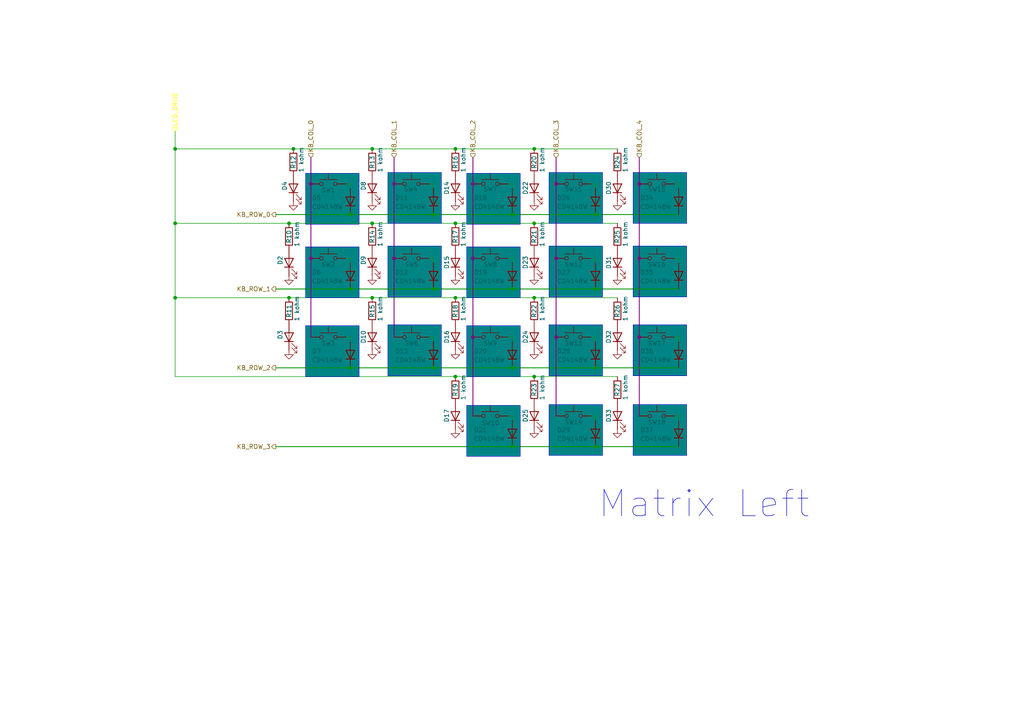
<source format=kicad_sch>
(kicad_sch (version 20250114) (generator "eeschema") (generator_version "9.0")
  (paper "A4")
  (title_block (title "Simple Keyboard") (date "2025-02-09") (rev "0") (company "Daniel Pérez (steewBSD)"))
  (lib_symbols
    (symbol "#inventree:RC0603FR-071KL" (pin_numbers (hide yes)) (pin_names (offset 0))
      (property "Reference" "R" (at 2.032 0 90))
      (property "Value" "1 kohm" (at 0 0 90))
      (symbol "RC0603FR-071KL_0_1"
        (rectangle (start -1.016 -2.54) (end 1.016 2.54) (stroke (width 0.254)))
      )
      (symbol "RC0603FR-071KL_1_1"
        (pin passive line (at 0 3.81 270) (length 1.27) (name "~") (number "1"))
        (pin passive line (at 0 -3.81 90) (length 1.27) (name "~") (number "2"))
      )
    )
    (symbol "Device:LED" (pin_numbers (hide yes)) (pin_names (offset 1.016) (hide yes))
      (property "Reference" "D" (at 0 2.54 0))
      (property "Value" "LED" (at 0 -2.54 0))
      (symbol "LED_0_1"
        (polyline (pts (xy -3.048 -0.762) (xy -4.572 -2.286) (xy -3.81 -2.286) (xy -4.572 -2.286) (xy -4.572 -1.524)))
        (polyline (pts (xy -1.778 -0.762) (xy -3.302 -2.286) (xy -2.54 -2.286) (xy -3.302 -2.286) (xy -3.302 -1.524)))
        (polyline (pts (xy -1.27 0) (xy 1.27 0)))
        (polyline (pts (xy -1.27 -1.27) (xy -1.27 1.27)) (stroke (width 0.254)))
        (polyline (pts (xy 1.27 -1.27) (xy 1.27 1.27) (xy -1.27 0) (xy 1.27 -1.27)) (stroke (width 0.254)))
      )
      (symbol "LED_1_1"
        (pin passive line (at -3.81 0 0) (length 2.54) (name "K") (number "1"))
        (pin passive line (at 3.81 0 180) (length 2.54) (name "A") (number "2"))
      )
    )
    (symbol "Diode:CD4148W" (pin_numbers (hide yes)) (pin_names (hide yes))
      (property "Reference" "D" (at 0 2.54 0))
      (property "Value" "CD4148W" (at 0 -2.54 0))
      (symbol "CD4148W_0_1"
        (polyline (pts (xy -1.27 1.27) (xy -1.27 -1.27)) (stroke (width 0.254)))
        (polyline (pts (xy 1.27 1.27) (xy 1.27 -1.27) (xy -1.27 0) (xy 1.27 1.27)) (stroke (width 0.254)))
        (polyline (pts (xy 1.27 0) (xy -1.27 0)))
      )
      (symbol "CD4148W_1_1"
        (pin passive line (at -3.81 0 0) (length 2.54) (name "K") (number "1"))
        (pin passive line (at 3.81 0 180) (length 2.54) (name "A") (number "2"))
      )
    )
    (symbol "Switch:SW_Push" (pin_numbers (hide yes)) (pin_names (offset 1.016) (hide yes))
      (property "Reference" "SW" (at 1.27 2.54 0))
      (property "Value" "SW_Push" (at 0 -1.524 0))
      (symbol "SW_Push_0_1"
        (circle (center -2.032 0) (radius 0.508))
        (polyline (pts (xy 0 1.27) (xy 0 3.048)))
        (circle (center 2.032 0) (radius 0.508))
        (polyline (pts (xy 2.54 1.27) (xy -2.54 1.27)))
        (pin passive line (at -5.08 0 0) (length 2.54) (name "1") (number "1"))
        (pin passive line (at 5.08 0 180) (length 2.54) (name "2") (number "2"))
      )
    )
    (symbol "power:GND" (power) (pin_numbers (hide yes)) (pin_names (offset 0) (hide yes))
      (property "Value" "GND" (at 0 -3.81 0))
      (symbol "GND_0_1"
        (polyline (pts (xy 0 0) (xy 0 -1.27) (xy 1.27 -1.27) (xy 0 -2.54) (xy -1.27 -1.27) (xy 0 -1.27)))
      )
      (symbol "GND_1_1"
        (pin power_in line (at 0 0 270) (length 0) (name "~") (number "1"))
      )
    )
  )
  (rectangle (start 135.382 50.292) (end 150.876 65.024) (fill (type color) (color 0 132 132 1)))
  (rectangle (start 88.646 94.488) (end 104.14 109.22) (fill (type color) (color 0 132 132 1)))
  (rectangle (start 183.642 117.348) (end 199.136 132.08) (fill (type color) (color 0 132 132 1)))
  (rectangle (start 112.522 94.234) (end 128.016 108.966) (fill (type color) (color 0 132 132 1)))
  (rectangle (start 88.646 50.292) (end 104.14 65.024) (fill (type color) (color 0 132 132 1)))
  (rectangle (start 159.258 94.234) (end 174.752 108.966) (fill (type color) (color 0 132 132 1)))
  (rectangle (start 159.258 117.348) (end 174.752 132.08) (fill (type color) (color 0 132 132 1)))
  (rectangle (start 135.382 71.628) (end 150.876 86.36) (fill (type color) (color 0 132 132 1)))
  (rectangle (start 135.382 117.602) (end 150.876 132.334) (fill (type color) (color 0 132 132 1)))
  (rectangle (start 183.642 50.038) (end 199.136 64.77) (fill (type color) (color 0 132 132 1)))
  (rectangle (start 183.642 94.234) (end 199.136 108.966) (fill (type color) (color 0 132 132 1)))
  (rectangle (start 135.382 94.488) (end 150.876 109.22) (fill (type color) (color 0 132 132 1)))
  (rectangle (start 183.642 71.374) (end 199.136 86.106) (fill (type color) (color 0 132 132 1)))
  (rectangle (start 88.646 71.628) (end 104.14 86.36) (fill (type color) (color 0 132 132 1)))
  (rectangle (start 112.522 50.038) (end 128.016 64.77) (fill (type color) (color 0 132 132 1)))
  (rectangle (start 112.522 71.374) (end 128.016 86.106) (fill (type color) (color 0 132 132 1)))
  (rectangle (start 159.258 50.038) (end 174.752 64.77) (fill (type color) (color 0 132 132 1)))
  (rectangle (start 159.258 71.374) (end 174.752 86.106) (fill (type color) (color 0 132 132 1)))
  (text "Matrix Left" (at 204.216 146.304 0) (effects (font (size 7.62 7.62))))
  (junction (at 148.59 62.23))
  (junction (at 90.17 53.34) (color 132 0 132 1))
  (junction (at 161.29 97.79) (color 132 0 132 1))
  (junction (at 185.42 97.79) (color 132 0 132 1))
  (junction (at 154.94 64.77))
  (junction (at 114.3 53.34) (color 132 0 132 1))
  (junction (at 154.94 109.22))
  (junction (at 148.59 106.68))
  (junction (at 90.17 74.93) (color 132 0 132 1))
  (junction (at 50.8 86.36))
  (junction (at 185.42 53.34) (color 132 0 132 1))
  (junction (at 161.29 74.93) (color 132 0 132 1))
  (junction (at 83.82 86.36))
  (junction (at 125.73 106.68))
  (junction (at 185.42 74.93) (color 132 0 132 1))
  (junction (at 85.09 43.18))
  (junction (at 125.73 62.23))
  (junction (at 83.82 64.77))
  (junction (at 154.94 86.36))
  (junction (at 50.8 43.18))
  (junction (at 107.95 43.18))
  (junction (at 101.6 62.23))
  (junction (at 107.95 64.77))
  (junction (at 161.29 53.34) (color 132 0 132 1))
  (junction (at 132.08 43.18))
  (junction (at 50.8 64.77))
  (junction (at 172.72 62.23))
  (junction (at 137.16 53.34) (color 132 0 132 1))
  (junction (at 125.73 83.82))
  (junction (at 101.6 83.82))
  (junction (at 154.94 43.18))
  (junction (at 132.08 64.77))
  (junction (at 101.6 106.68))
  (junction (at 132.08 109.22))
  (junction (at 148.59 129.54))
  (junction (at 132.08 86.36))
  (junction (at 172.72 129.54))
  (junction (at 172.72 106.68))
  (junction (at 107.95 86.36))
  (junction (at 114.3 74.93) (color 132 0 132 1))
  (junction (at 137.16 97.79) (color 132 0 132 1))
  (junction (at 148.59 83.82))
  (junction (at 172.72 83.82))
  (junction (at 137.16 74.93) (color 132 0 132 1))
  (wire (pts (xy 137.16 74.93) (xy 137.16 97.79)) (stroke (width 0.254) (color 132 0 132 1)))
  (wire (pts (xy 148.59 62.23) (xy 172.72 62.23)) (stroke (width 0.254)))
  (wire (pts (xy 101.6 62.23) (xy 125.73 62.23)) (stroke (width 0.254)))
  (wire (pts (xy 50.8 43.18) (xy 50.8 64.77)))
  (wire (pts (xy 195.58 120.65) (xy 196.85 120.65)))
  (wire (pts (xy 100.33 97.79) (xy 101.6 97.79)))
  (wire (pts (xy 90.17 45.72) (xy 90.17 53.34)) (stroke (width 0.254) (color 132 0 132 1)))
  (wire (pts (xy 185.42 53.34) (xy 185.42 74.93)) (stroke (width 0.254) (color 132 0 132 1)))
  (wire (pts (xy 107.95 64.77) (xy 132.08 64.77)))
  (wire (pts (xy 114.3 74.93) (xy 114.3 97.79)) (stroke (width 0.254) (color 132 0 132 1)))
  (wire (pts (xy 147.32 74.93) (xy 148.59 74.93)))
  (wire (pts (xy 185.42 74.93) (xy 185.42 97.79)) (stroke (width 0.254) (color 132 0 132 1)))
  (wire (pts (xy 83.82 64.77) (xy 107.95 64.77)))
  (wire (pts (xy 195.58 53.34) (xy 196.85 53.34)))
  (wire (pts (xy 161.29 45.72) (xy 161.29 53.34)) (stroke (width 0.254) (color 132 0 132 1)))
  (wire (pts (xy 107.95 86.36) (xy 132.08 86.36)))
  (wire (pts (xy 50.8 64.77) (xy 50.8 86.36)))
  (wire (pts (xy 147.32 120.65) (xy 148.59 120.65)))
  (wire (pts (xy 154.94 43.18) (xy 179.07 43.18)))
  (wire (pts (xy 137.16 97.79) (xy 137.16 120.65)) (stroke (width 0.254) (color 132 0 132 1)))
  (wire (pts (xy 161.29 97.79) (xy 161.29 120.65)) (stroke (width 0.254) (color 132 0 132 1)))
  (wire (pts (xy 90.17 74.93) (xy 90.17 97.79)) (stroke (width 0.254) (color 132 0 132 1)))
  (wire (pts (xy 50.8 109.22) (xy 132.08 109.22)))
  (wire (pts (xy 172.72 83.82) (xy 196.85 83.82)) (stroke (width 0.254)))
  (wire (pts (xy 154.94 109.22) (xy 179.07 109.22)))
  (wire (pts (xy 80.01 129.54) (xy 148.59 129.54)) (stroke (width 0.254)))
  (wire (pts (xy 100.33 53.34) (xy 101.6 53.34)))
  (wire (pts (xy 195.58 97.79) (xy 196.85 97.79)))
  (wire (pts (xy 125.73 62.23) (xy 148.59 62.23)) (stroke (width 0.254)))
  (wire (pts (xy 101.6 83.82) (xy 125.73 83.82)) (stroke (width 0.254)))
  (wire (pts (xy 101.6 106.68) (xy 125.73 106.68)) (stroke (width 0.254)))
  (wire (pts (xy 50.8 64.77) (xy 83.82 64.77)))
  (wire (pts (xy 50.8 43.18) (xy 85.09 43.18)))
  (wire (pts (xy 148.59 83.82) (xy 172.72 83.82)) (stroke (width 0.254)))
  (wire (pts (xy 125.73 74.93) (xy 125.73 76.2)))
  (wire (pts (xy 172.72 120.65) (xy 172.72 121.92)))
  (wire (pts (xy 195.58 74.93) (xy 196.85 74.93)))
  (wire (pts (xy 132.08 64.77) (xy 154.94 64.77)))
  (wire (pts (xy 124.46 97.79) (xy 125.73 97.79)))
  (wire (pts (xy 196.85 97.79) (xy 196.85 99.06)))
  (wire (pts (xy 172.72 106.68) (xy 196.85 106.68)) (stroke (width 0.254)))
  (wire (pts (xy 148.59 106.68) (xy 172.72 106.68)) (stroke (width 0.254)))
  (wire (pts (xy 90.17 53.34) (xy 90.17 74.93)) (stroke (width 0.254) (color 132 0 132 1)))
  (wire (pts (xy 148.59 74.93) (xy 148.59 76.2)))
  (wire (pts (xy 50.8 38.1) (xy 50.8 43.18)))
  (wire (pts (xy 172.72 62.23) (xy 196.85 62.23)) (stroke (width 0.254)))
  (wire (pts (xy 171.45 74.93) (xy 172.72 74.93)))
  (wire (pts (xy 148.59 129.54) (xy 172.72 129.54)) (stroke (width 0.254)))
  (wire (pts (xy 137.16 45.72) (xy 137.16 53.34)) (stroke (width 0.254) (color 132 0 132 1)))
  (wire (pts (xy 132.08 43.18) (xy 154.94 43.18)))
  (wire (pts (xy 172.72 74.93) (xy 172.72 76.2)))
  (wire (pts (xy 196.85 74.93) (xy 196.85 76.2)))
  (wire (pts (xy 80.01 83.82) (xy 101.6 83.82)) (stroke (width 0.254)))
  (wire (pts (xy 148.59 97.79) (xy 148.59 99.06)))
  (wire (pts (xy 171.45 120.65) (xy 172.72 120.65)))
  (wire (pts (xy 100.33 74.93) (xy 101.6 74.93)))
  (wire (pts (xy 172.72 53.34) (xy 172.72 54.61)))
  (wire (pts (xy 172.72 129.54) (xy 196.85 129.54)) (stroke (width 0.254)))
  (wire (pts (xy 185.42 45.72) (xy 185.42 53.34)) (stroke (width 0.254) (color 132 0 132 1)))
  (wire (pts (xy 107.95 43.18) (xy 132.08 43.18)))
  (wire (pts (xy 132.08 109.22) (xy 154.94 109.22)))
  (wire (pts (xy 101.6 53.34) (xy 101.6 54.61)))
  (wire (pts (xy 172.72 97.79) (xy 172.72 99.06)))
  (wire (pts (xy 114.3 53.34) (xy 114.3 74.93)) (stroke (width 0.254) (color 132 0 132 1)))
  (wire (pts (xy 50.8 86.36) (xy 50.8 109.22)))
  (wire (pts (xy 125.73 83.82) (xy 148.59 83.82)) (stroke (width 0.254)))
  (wire (pts (xy 196.85 53.34) (xy 196.85 54.61)))
  (wire (pts (xy 137.16 53.34) (xy 137.16 74.93)) (stroke (width 0.254) (color 132 0 132 1)))
  (wire (pts (xy 85.09 43.18) (xy 107.95 43.18)))
  (wire (pts (xy 154.94 86.36) (xy 179.07 86.36)))
  (wire (pts (xy 80.01 106.68) (xy 101.6 106.68)) (stroke (width 0.254)))
  (wire (pts (xy 101.6 74.93) (xy 101.6 76.2)))
  (wire (pts (xy 148.59 120.65) (xy 148.59 121.92)))
  (wire (pts (xy 147.32 97.79) (xy 148.59 97.79)))
  (wire (pts (xy 50.8 86.36) (xy 83.82 86.36)))
  (wire (pts (xy 154.94 64.77) (xy 179.07 64.77)))
  (wire (pts (xy 147.32 53.34) (xy 148.59 53.34)))
  (wire (pts (xy 124.46 74.93) (xy 125.73 74.93)))
  (wire (pts (xy 148.59 53.34) (xy 148.59 54.61)))
  (wire (pts (xy 125.73 97.79) (xy 125.73 99.06)))
  (wire (pts (xy 114.3 45.72) (xy 114.3 53.34)) (stroke (width 0.254) (color 132 0 132 1)))
  (wire (pts (xy 80.01 62.23) (xy 101.6 62.23)) (stroke (width 0.254)))
  (wire (pts (xy 161.29 53.34) (xy 161.29 74.93)) (stroke (width 0.254) (color 132 0 132 1)))
  (wire (pts (xy 83.82 86.36) (xy 107.95 86.36)))
  (wire (pts (xy 161.29 74.93) (xy 161.29 97.79)) (stroke (width 0.254) (color 132 0 132 1)))
  (wire (pts (xy 171.45 53.34) (xy 172.72 53.34)))
  (wire (pts (xy 196.85 120.65) (xy 196.85 121.92)))
  (wire (pts (xy 132.08 86.36) (xy 154.94 86.36)))
  (wire (pts (xy 125.73 106.68) (xy 148.59 106.68)) (stroke (width 0.254)))
  (wire (pts (xy 101.6 97.79) (xy 101.6 99.06)))
  (wire (pts (xy 185.42 97.79) (xy 185.42 120.65)) (stroke (width 0.254) (color 132 0 132 1)))
  (wire (pts (xy 124.46 53.34) (xy 125.73 53.34)))
  (wire (pts (xy 171.45 97.79) (xy 172.72 97.79)))
  (wire (pts (xy 125.73 53.34) (xy 125.73 54.61)))
  (hierarchical_label "KB_ROW_0" (shape output) (at 80.01 62.23 180))
  (hierarchical_label "KB_COL_3" (shape input) (at 161.29 45.72 90))
  (hierarchical_label "KB_COL_1" (shape input) (at 114.3 45.72 90))
  (hierarchical_label "KB_ROW_2" (shape output) (at 80.01 106.68 180))
  (hierarchical_label "KB_COL_2" (shape input) (at 137.16 45.72 90))
  (hierarchical_label "KB_COL_0" (shape input) (at 90.17 45.72 90))
  (hierarchical_label "KB_ROW_3" (shape output) (at 80.01 129.54 180))
  (hierarchical_label "KB_ROW_1" (shape output) (at 80.01 83.82 180))
  (hierarchical_label "KB_COL_4" (shape input) (at 185.42 45.72 90))
  (hierarchical_label "LED_DRIVE" (shape input) (at 50.8 38.1 90))
  (symbol (lib_id "#inventree:RC0603FR-071KL") (at 107.95 46.99 0) (unit 1)
    (property "Reference" "R13" (at 107.95 49.022 90) (effects (justify left)))
    (property "Value" "1 kohm" (at 110.236 50.038 90) (effects (justify left)))
    (property "Footprint" "Resistor_SMD:R_0603_1608Metric_Pad0.98x0.95mm_HandSolder" (effects (hide yes)))
    (property "Datasheet" "http://10.0.0.41/media/attachments/part/69/PYu-RC_Group_51_RoHS_L_12.pdf" (effects (hide yes)))
    (property "Description" "RES 1K OHM 1% 1/10W 0603" (effects (hide yes)))
    (property "InvenTree" "69" (effects (hide yes)))
    (property "Mounting Type" "0603" (effects (hide yes)))
    (property "Package Type" "0603 (1608 Metric)" (effects (hide yes)))
    (property "Part URL" "http://10.0.0.41:7333/part/69/" (effects (hide yes)))
    (property "Rated Power" "0.1W, 1/10W" (effects (hide yes)))
    (property "Tolerance" "1%" (effects (hide yes)))
  )
  (symbol (lib_id "Diode:CD4148W") (at 196.85 80.01 90) (unit 1)
    (property "Reference" "D35" (at 185.674 78.994 90) (effects (justify right)))
    (property "Value" "CD4148W" (at 185.674 81.534 90) (effects (justify right)))
    (property "Footprint" "Diode_SMD:D_0805_2012Metric_Pad1.15x1.40mm_HandSolder" (effects (hide yes)))
    (property "Datasheet" "https://www.lcsc.com/datasheet/lcsc_datasheet_1809291616_LIZ-Elec-CD4148WSP_C109001.pdf" (effects (hide yes)))
    (property "Description" "75V 0.15A Switching Diode, 0805" (effects (hide yes)))
    (property "Sim.Device" "D" (effects (hide yes)))
    (property "Sim.Pins" "1=K 2=A" (effects (hide yes)))
    (property "InvenTree" "64" (effects (hide yes)))
  )
  (symbol (lib_id "Diode:CD4148W") (at 125.73 58.42 90) (unit 1)
    (property "Reference" "D11" (at 114.554 57.404 90) (effects (justify right)))
    (property "Value" "CD4148W" (at 114.554 59.944 90) (effects (justify right)))
    (property "Footprint" "Diode_SMD:D_0805_2012Metric_Pad1.15x1.40mm_HandSolder" (effects (hide yes)))
    (property "Datasheet" "https://www.lcsc.com/datasheet/lcsc_datasheet_1809291616_LIZ-Elec-CD4148WSP_C109001.pdf" (effects (hide yes)))
    (property "Description" "75V 0.15A Switching Diode, 0805" (effects (hide yes)))
    (property "Sim.Device" "D" (effects (hide yes)))
    (property "Sim.Pins" "1=K 2=A" (effects (hide yes)))
    (property "InvenTree" "64" (effects (hide yes)))
  )
  (symbol (lib_id "Device:LED") (at 85.09 54.61 90) (unit 1)
    (property "Reference" "D4" (at 82.55 52.578 0) (effects (justify right)))
    (property "Value" "LED" (effects (hide yes)))
    (property "Footprint" "LED_SMD:LED_0603_1608Metric_Pad1.05x0.95mm_HandSolder" (effects (hide yes)))
    (property "Description" "Light emitting diode" (effects (hide yes)))
    (property "InvenTree" "67" (effects (hide yes)))
  )
  (symbol (lib_id "Switch:SW_Push") (at 190.5 53.34 0) (unit 1)
    (property "Reference" "SW15" (at 190.5 54.864 0))
    (property "Value" "SW_Push" (effects (hide yes)))
    (property "Footprint" "personal:Gateron_Milky_Yellow" (effects (hide yes)))
    (property "Description" "Push button switch, generic, two pins" (effects (hide yes)))
  )
  (symbol (lib_id "Diode:CD4148W") (at 148.59 58.42 90) (unit 1)
    (property "Reference" "D18" (at 137.414 57.404 90) (effects (justify right)))
    (property "Value" "CD4148W" (at 137.414 59.944 90) (effects (justify right)))
    (property "Footprint" "Diode_SMD:D_0805_2012Metric_Pad1.15x1.40mm_HandSolder" (effects (hide yes)))
    (property "Datasheet" "https://www.lcsc.com/datasheet/lcsc_datasheet_1809291616_LIZ-Elec-CD4148WSP_C109001.pdf" (effects (hide yes)))
    (property "Description" "75V 0.15A Switching Diode, 0805" (effects (hide yes)))
    (property "Sim.Device" "D" (effects (hide yes)))
    (property "Sim.Pins" "1=K 2=A" (effects (hide yes)))
    (property "InvenTree" "64" (effects (hide yes)))
  )
  (symbol (lib_id "#inventree:RC0603FR-071KL") (at 83.82 90.17 0) (unit 1)
    (property "Reference" "R11" (at 83.82 92.202 90) (effects (justify left)))
    (property "Value" "1 kohm" (at 86.106 93.218 90) (effects (justify left)))
    (property "Footprint" "Resistor_SMD:R_0603_1608Metric_Pad0.98x0.95mm_HandSolder" (effects (hide yes)))
    (property "Datasheet" "http://10.0.0.41/media/attachments/part/69/PYu-RC_Group_51_RoHS_L_12.pdf" (effects (hide yes)))
    (property "Description" "RES 1K OHM 1% 1/10W 0603" (effects (hide yes)))
    (property "InvenTree" "69" (effects (hide yes)))
    (property "Mounting Type" "0603" (effects (hide yes)))
    (property "Package Type" "0603 (1608 Metric)" (effects (hide yes)))
    (property "Part URL" "http://10.0.0.41:7333/part/69/" (effects (hide yes)))
    (property "Rated Power" "0.1W, 1/10W" (effects (hide yes)))
    (property "Tolerance" "1%" (effects (hide yes)))
  )
  (symbol (lib_id "Device:LED") (at 107.95 54.61 90) (unit 1)
    (property "Reference" "D8" (at 105.41 52.578 0) (effects (justify right)))
    (property "Value" "LED" (effects (hide yes)))
    (property "Footprint" "LED_SMD:LED_0603_1608Metric_Pad1.05x0.95mm_HandSolder" (effects (hide yes)))
    (property "Description" "Light emitting diode" (effects (hide yes)))
    (property "InvenTree" "67" (effects (hide yes)))
  )
  (symbol (lib_id "power:GND") (at 132.08 80.01 0) (unit 1)
    (property "Reference" "#PWR057" (effects (hide yes)))
    (property "Value" "GND" (effects (hide yes)))
    (property "Description" "Power symbol creates a global label with name \"GND\" , ground" (effects (hide yes)))
  )
  (symbol (lib_id "#inventree:RC0603FR-071KL") (at 154.94 68.58 0) (unit 1)
    (property "Reference" "R21" (at 154.94 70.612 90) (effects (justify left)))
    (property "Value" "1 kohm" (at 157.226 71.628 90) (effects (justify left)))
    (property "Footprint" "Resistor_SMD:R_0603_1608Metric_Pad0.98x0.95mm_HandSolder" (effects (hide yes)))
    (property "Datasheet" "http://10.0.0.41/media/attachments/part/69/PYu-RC_Group_51_RoHS_L_12.pdf" (effects (hide yes)))
    (property "Description" "RES 1K OHM 1% 1/10W 0603" (effects (hide yes)))
    (property "InvenTree" "69" (effects (hide yes)))
    (property "Mounting Type" "0603" (effects (hide yes)))
    (property "Package Type" "0603 (1608 Metric)" (effects (hide yes)))
    (property "Part URL" "http://10.0.0.41:7333/part/69/" (effects (hide yes)))
    (property "Rated Power" "0.1W, 1/10W" (effects (hide yes)))
    (property "Tolerance" "1%" (effects (hide yes)))
  )
  (symbol (lib_id "power:GND") (at 132.08 58.42 0) (unit 1)
    (property "Reference" "#PWR056" (effects (hide yes)))
    (property "Value" "GND" (effects (hide yes)))
    (property "Description" "Power symbol creates a global label with name \"GND\" , ground" (effects (hide yes)))
  )
  (symbol (lib_id "#inventree:RC0603FR-071KL") (at 179.07 113.03 0) (unit 1)
    (property "Reference" "R27" (at 179.07 115.062 90) (effects (justify left)))
    (property "Value" "1 kohm" (at 181.356 116.078 90) (effects (justify left)))
    (property "Footprint" "Resistor_SMD:R_0603_1608Metric_Pad0.98x0.95mm_HandSolder" (effects (hide yes)))
    (property "Datasheet" "http://10.0.0.41/media/attachments/part/69/PYu-RC_Group_51_RoHS_L_12.pdf" (effects (hide yes)))
    (property "Description" "RES 1K OHM 1% 1/10W 0603" (effects (hide yes)))
    (property "InvenTree" "69" (effects (hide yes)))
    (property "Mounting Type" "0603" (effects (hide yes)))
    (property "Package Type" "0603 (1608 Metric)" (effects (hide yes)))
    (property "Part URL" "http://10.0.0.41:7333/part/69/" (effects (hide yes)))
    (property "Rated Power" "0.1W, 1/10W" (effects (hide yes)))
    (property "Tolerance" "1%" (effects (hide yes)))
  )
  (symbol (lib_id "Device:LED") (at 179.07 76.2 90) (unit 1)
    (property "Reference" "D31" (at 176.53 74.168 0) (effects (justify right)))
    (property "Value" "LED" (effects (hide yes)))
    (property "Footprint" "LED_SMD:LED_0603_1608Metric_Pad1.05x0.95mm_HandSolder" (effects (hide yes)))
    (property "Description" "Light emitting diode" (effects (hide yes)))
    (property "InvenTree" "67" (effects (hide yes)))
  )
  (symbol (lib_id "Switch:SW_Push") (at 119.38 53.34 0) (unit 1)
    (property "Reference" "SW4" (at 119.126 54.864 0))
    (property "Value" "SW_Push" (effects (hide yes)))
    (property "Footprint" "personal:Gateron_Milky_Yellow" (effects (hide yes)))
    (property "Description" "Push button switch, generic, two pins" (effects (hide yes)))
  )
  (symbol (lib_id "Diode:CD4148W") (at 172.72 125.73 90) (unit 1)
    (property "Reference" "D29" (at 161.544 124.714 90) (effects (justify right)))
    (property "Value" "CD4148W" (at 161.544 127.254 90) (effects (justify right)))
    (property "Footprint" "Diode_SMD:D_0805_2012Metric_Pad1.15x1.40mm_HandSolder" (effects (hide yes)))
    (property "Datasheet" "https://www.lcsc.com/datasheet/lcsc_datasheet_1809291616_LIZ-Elec-CD4148WSP_C109001.pdf" (effects (hide yes)))
    (property "Description" "75V 0.15A Switching Diode, 0805" (effects (hide yes)))
    (property "Sim.Device" "D" (effects (hide yes)))
    (property "Sim.Pins" "1=K 2=A" (effects (hide yes)))
    (property "InvenTree" "64" (effects (hide yes)))
  )
  (symbol (lib_id "Switch:SW_Push") (at 142.24 120.65 0) (unit 1)
    (property "Reference" "SW10" (at 142.24 122.682 0))
    (property "Value" "SW_Push" (effects (hide yes)))
    (property "Footprint" "personal:Gateron_Milky_Yellow" (effects (hide yes)))
    (property "Description" "Push button switch, generic, two pins" (effects (hide yes)))
  )
  (symbol (lib_id "Device:LED") (at 179.07 54.61 90) (unit 1)
    (property "Reference" "D30" (at 176.53 52.578 0) (effects (justify right)))
    (property "Value" "LED" (effects (hide yes)))
    (property "Footprint" "LED_SMD:LED_0603_1608Metric_Pad1.05x0.95mm_HandSolder" (effects (hide yes)))
    (property "Description" "Light emitting diode" (effects (hide yes)))
    (property "InvenTree" "67" (effects (hide yes)))
  )
  (symbol (lib_id "Switch:SW_Push") (at 190.5 74.93 0) (unit 1)
    (property "Reference" "SW16" (at 190.5 76.708 0))
    (property "Value" "SW_Push" (effects (hide yes)))
    (property "Footprint" "personal:Gateron_Milky_Yellow" (effects (hide yes)))
    (property "Description" "Push button switch, generic, two pins" (effects (hide yes)))
  )
  (symbol (lib_id "#inventree:RC0603FR-071KL") (at 179.07 46.99 0) (unit 1)
    (property "Reference" "R24" (at 179.07 49.022 90) (effects (justify left)))
    (property "Value" "1 kohm" (at 181.356 50.038 90) (effects (justify left)))
    (property "Footprint" "Resistor_SMD:R_0603_1608Metric_Pad0.98x0.95mm_HandSolder" (effects (hide yes)))
    (property "Datasheet" "http://10.0.0.41/media/attachments/part/69/PYu-RC_Group_51_RoHS_L_12.pdf" (effects (hide yes)))
    (property "Description" "RES 1K OHM 1% 1/10W 0603" (effects (hide yes)))
    (property "InvenTree" "69" (effects (hide yes)))
    (property "Mounting Type" "0603" (effects (hide yes)))
    (property "Package Type" "0603 (1608 Metric)" (effects (hide yes)))
    (property "Part URL" "http://10.0.0.41:7333/part/69/" (effects (hide yes)))
    (property "Rated Power" "0.1W, 1/10W" (effects (hide yes)))
    (property "Tolerance" "1%" (effects (hide yes)))
  )
  (symbol (lib_id "Switch:SW_Push") (at 166.37 120.65 0) (unit 1)
    (property "Reference" "SW14" (at 166.37 122.428 0))
    (property "Value" "SW_Push" (effects (hide yes)))
    (property "Footprint" "personal:Gateron_Milky_Yellow" (effects (hide yes)))
    (property "Description" "Push button switch, generic, two pins" (effects (hide yes)))
  )
  (symbol (lib_id "power:GND") (at 132.08 101.6 0) (unit 1)
    (property "Reference" "#PWR058" (effects (hide yes)))
    (property "Value" "GND" (effects (hide yes)))
    (property "Description" "Power symbol creates a global label with name \"GND\" , ground" (effects (hide yes)))
  )
  (symbol (lib_id "Device:LED") (at 154.94 120.65 90) (unit 1)
    (property "Reference" "D25" (at 152.4 118.618 0) (effects (justify right)))
    (property "Value" "LED" (effects (hide yes)))
    (property "Footprint" "LED_SMD:LED_0603_1608Metric_Pad1.05x0.95mm_HandSolder" (effects (hide yes)))
    (property "Description" "Light emitting diode" (effects (hide yes)))
    (property "InvenTree" "67" (effects (hide yes)))
  )
  (symbol (lib_id "power:GND") (at 179.07 101.6 0) (unit 1)
    (property "Reference" "#PWR066" (effects (hide yes)))
    (property "Value" "GND" (effects (hide yes)))
    (property "Description" "Power symbol creates a global label with name \"GND\" , ground" (effects (hide yes)))
  )
  (symbol (lib_id "power:GND") (at 107.95 80.01 0) (unit 1)
    (property "Reference" "#PWR054" (effects (hide yes)))
    (property "Value" "GND" (effects (hide yes)))
    (property "Description" "Power symbol creates a global label with name \"GND\" , ground" (effects (hide yes)))
  )
  (symbol (lib_id "Device:LED") (at 132.08 120.65 90) (unit 1)
    (property "Reference" "D17" (at 129.54 118.618 0) (effects (justify right)))
    (property "Value" "LED" (effects (hide yes)))
    (property "Footprint" "LED_SMD:LED_0603_1608Metric_Pad1.05x0.95mm_HandSolder" (effects (hide yes)))
    (property "Description" "Light emitting diode" (effects (hide yes)))
    (property "InvenTree" "67" (effects (hide yes)))
  )
  (symbol (lib_id "Switch:SW_Push") (at 142.24 97.79 0) (unit 1)
    (property "Reference" "SW9" (at 142.24 99.568 0))
    (property "Value" "SW_Push" (effects (hide yes)))
    (property "Footprint" "personal:Gateron_Milky_Yellow" (effects (hide yes)))
    (property "Description" "Push button switch, generic, two pins" (effects (hide yes)))
  )
  (symbol (lib_id "power:GND") (at 179.07 124.46 0) (unit 1)
    (property "Reference" "#PWR067" (effects (hide yes)))
    (property "Value" "GND" (effects (hide yes)))
    (property "Description" "Power symbol creates a global label with name \"GND\" , ground" (effects (hide yes)))
  )
  (symbol (lib_id "Device:LED") (at 154.94 76.2 90) (unit 1)
    (property "Reference" "D23" (at 152.4 74.168 0) (effects (justify right)))
    (property "Value" "LED" (effects (hide yes)))
    (property "Footprint" "LED_SMD:LED_0603_1608Metric_Pad1.05x0.95mm_HandSolder" (effects (hide yes)))
    (property "Description" "Light emitting diode" (effects (hide yes)))
    (property "InvenTree" "67" (effects (hide yes)))
  )
  (symbol (lib_id "#inventree:RC0603FR-071KL") (at 154.94 90.17 0) (unit 1)
    (property "Reference" "R22" (at 154.94 92.202 90) (effects (justify left)))
    (property "Value" "1 kohm" (at 157.226 93.218 90) (effects (justify left)))
    (property "Footprint" "Resistor_SMD:R_0603_1608Metric_Pad0.98x0.95mm_HandSolder" (effects (hide yes)))
    (property "Datasheet" "http://10.0.0.41/media/attachments/part/69/PYu-RC_Group_51_RoHS_L_12.pdf" (effects (hide yes)))
    (property "Description" "RES 1K OHM 1% 1/10W 0603" (effects (hide yes)))
    (property "InvenTree" "69" (effects (hide yes)))
    (property "Mounting Type" "0603" (effects (hide yes)))
    (property "Package Type" "0603 (1608 Metric)" (effects (hide yes)))
    (property "Part URL" "http://10.0.0.41:7333/part/69/" (effects (hide yes)))
    (property "Rated Power" "0.1W, 1/10W" (effects (hide yes)))
    (property "Tolerance" "1%" (effects (hide yes)))
  )
  (symbol (lib_id "Device:LED") (at 179.07 97.79 90) (unit 1)
    (property "Reference" "D32" (at 176.53 95.758 0) (effects (justify right)))
    (property "Value" "LED" (effects (hide yes)))
    (property "Footprint" "LED_SMD:LED_0603_1608Metric_Pad1.05x0.95mm_HandSolder" (effects (hide yes)))
    (property "Description" "Light emitting diode" (effects (hide yes)))
    (property "InvenTree" "67" (effects (hide yes)))
  )
  (symbol (lib_id "Diode:CD4148W") (at 196.85 102.87 90) (unit 1)
    (property "Reference" "D36" (at 185.674 101.854 90) (effects (justify right)))
    (property "Value" "CD4148W" (at 185.674 104.394 90) (effects (justify right)))
    (property "Footprint" "Diode_SMD:D_0805_2012Metric_Pad1.15x1.40mm_HandSolder" (effects (hide yes)))
    (property "Datasheet" "https://www.lcsc.com/datasheet/lcsc_datasheet_1809291616_LIZ-Elec-CD4148WSP_C109001.pdf" (effects (hide yes)))
    (property "Description" "75V 0.15A Switching Diode, 0805" (effects (hide yes)))
    (property "Sim.Device" "D" (effects (hide yes)))
    (property "Sim.Pins" "1=K 2=A" (effects (hide yes)))
    (property "InvenTree" "64" (effects (hide yes)))
  )
  (symbol (lib_id "Diode:CD4148W") (at 172.72 102.87 90) (unit 1)
    (property "Reference" "D28" (at 161.544 101.854 90) (effects (justify right)))
    (property "Value" "CD4148W" (at 161.544 104.394 90) (effects (justify right)))
    (property "Footprint" "Diode_SMD:D_0805_2012Metric_Pad1.15x1.40mm_HandSolder" (effects (hide yes)))
    (property "Datasheet" "https://www.lcsc.com/datasheet/lcsc_datasheet_1809291616_LIZ-Elec-CD4148WSP_C109001.pdf" (effects (hide yes)))
    (property "Description" "75V 0.15A Switching Diode, 0805" (effects (hide yes)))
    (property "Sim.Device" "D" (effects (hide yes)))
    (property "Sim.Pins" "1=K 2=A" (effects (hide yes)))
    (property "InvenTree" "64" (effects (hide yes)))
  )
  (symbol (lib_id "#inventree:RC0603FR-071KL") (at 85.09 46.99 0) (unit 1)
    (property "Reference" "R12" (at 85.09 49.022 90) (effects (justify left)))
    (property "Value" "1 kohm" (at 87.376 50.038 90) (effects (justify left)))
    (property "Footprint" "Resistor_SMD:R_0603_1608Metric_Pad0.98x0.95mm_HandSolder" (effects (hide yes)))
    (property "Datasheet" "http://10.0.0.41/media/attachments/part/69/PYu-RC_Group_51_RoHS_L_12.pdf" (effects (hide yes)))
    (property "Description" "RES 1K OHM 1% 1/10W 0603" (effects (hide yes)))
    (property "InvenTree" "69" (effects (hide yes)))
    (property "Mounting Type" "0603" (effects (hide yes)))
    (property "Package Type" "0603 (1608 Metric)" (effects (hide yes)))
    (property "Part URL" "http://10.0.0.41:7333/part/69/" (effects (hide yes)))
    (property "Rated Power" "0.1W, 1/10W" (effects (hide yes)))
    (property "Tolerance" "1%" (effects (hide yes)))
  )
  (symbol (lib_id "Device:LED") (at 107.95 76.2 90) (unit 1)
    (property "Reference" "D9" (at 105.41 74.168 0) (effects (justify right)))
    (property "Value" "LED" (effects (hide yes)))
    (property "Footprint" "LED_SMD:LED_0603_1608Metric_Pad1.05x0.95mm_HandSolder" (effects (hide yes)))
    (property "Description" "Light emitting diode" (effects (hide yes)))
    (property "InvenTree" "67" (effects (hide yes)))
  )
  (symbol (lib_id "Diode:CD4148W") (at 148.59 80.01 90) (unit 1)
    (property "Reference" "D19" (at 137.414 78.994 90) (effects (justify right)))
    (property "Value" "CD4148W" (at 137.414 81.534 90) (effects (justify right)))
    (property "Footprint" "Diode_SMD:D_0805_2012Metric_Pad1.15x1.40mm_HandSolder" (effects (hide yes)))
    (property "Datasheet" "https://www.lcsc.com/datasheet/lcsc_datasheet_1809291616_LIZ-Elec-CD4148WSP_C109001.pdf" (effects (hide yes)))
    (property "Description" "75V 0.15A Switching Diode, 0805" (effects (hide yes)))
    (property "Sim.Device" "D" (effects (hide yes)))
    (property "Sim.Pins" "1=K 2=A" (effects (hide yes)))
    (property "InvenTree" "64" (effects (hide yes)))
  )
  (symbol (lib_id "Device:LED") (at 132.08 54.61 90) (unit 1)
    (property "Reference" "D14" (at 129.54 52.578 0) (effects (justify right)))
    (property "Value" "LED" (effects (hide yes)))
    (property "Footprint" "LED_SMD:LED_0603_1608Metric_Pad1.05x0.95mm_HandSolder" (effects (hide yes)))
    (property "Description" "Light emitting diode" (effects (hide yes)))
    (property "InvenTree" "67" (effects (hide yes)))
  )
  (symbol (lib_id "Switch:SW_Push") (at 166.37 53.34 0) (unit 1)
    (property "Reference" "SW11" (at 166.37 54.864 0))
    (property "Value" "SW_Push" (effects (hide yes)))
    (property "Footprint" "personal:Gateron_Milky_Yellow" (effects (hide yes)))
    (property "Description" "Push button switch, generic, two pins" (effects (hide yes)))
  )
  (symbol (lib_id "Switch:SW_Push") (at 95.25 97.79 0) (unit 1)
    (property "Reference" "SW3" (at 95.25 99.568 0))
    (property "Value" "SW_Push" (effects (hide yes)))
    (property "Footprint" "personal:Gateron_Milky_Yellow" (effects (hide yes)))
    (property "Description" "Push button switch, generic, two pins" (effects (hide yes)))
  )
  (symbol (lib_id "Device:LED") (at 132.08 97.79 90) (unit 1)
    (property "Reference" "D16" (at 129.54 95.758 0) (effects (justify right)))
    (property "Value" "LED" (effects (hide yes)))
    (property "Footprint" "LED_SMD:LED_0603_1608Metric_Pad1.05x0.95mm_HandSolder" (effects (hide yes)))
    (property "Description" "Light emitting diode" (effects (hide yes)))
    (property "InvenTree" "67" (effects (hide yes)))
  )
  (symbol (lib_id "Device:LED") (at 132.08 76.2 90) (unit 1)
    (property "Reference" "D15" (at 129.54 74.168 0) (effects (justify right)))
    (property "Value" "LED" (effects (hide yes)))
    (property "Footprint" "LED_SMD:LED_0603_1608Metric_Pad1.05x0.95mm_HandSolder" (effects (hide yes)))
    (property "Description" "Light emitting diode" (effects (hide yes)))
    (property "InvenTree" "67" (effects (hide yes)))
  )
  (symbol (lib_id "Diode:CD4148W") (at 125.73 80.01 90) (unit 1)
    (property "Reference" "D12" (at 114.554 78.994 90) (effects (justify right)))
    (property "Value" "CD4148W" (at 114.554 81.534 90) (effects (justify right)))
    (property "Footprint" "Diode_SMD:D_0805_2012Metric_Pad1.15x1.40mm_HandSolder" (effects (hide yes)))
    (property "Datasheet" "https://www.lcsc.com/datasheet/lcsc_datasheet_1809291616_LIZ-Elec-CD4148WSP_C109001.pdf" (effects (hide yes)))
    (property "Description" "75V 0.15A Switching Diode, 0805" (effects (hide yes)))
    (property "Sim.Device" "D" (effects (hide yes)))
    (property "Sim.Pins" "1=K 2=A" (effects (hide yes)))
    (property "InvenTree" "64" (effects (hide yes)))
  )
  (symbol (lib_id "power:GND") (at 107.95 101.6 0) (unit 1)
    (property "Reference" "#PWR055" (effects (hide yes)))
    (property "Value" "GND" (effects (hide yes)))
    (property "Description" "Power symbol creates a global label with name \"GND\" , ground" (effects (hide yes)))
  )
  (symbol (lib_id "Switch:SW_Push") (at 142.24 74.93 0) (unit 1)
    (property "Reference" "SW8" (at 142.24 76.708 0))
    (property "Value" "SW_Push" (effects (hide yes)))
    (property "Footprint" "personal:Gateron_Milky_Yellow" (effects (hide yes)))
    (property "Description" "Push button switch, generic, two pins" (effects (hide yes)))
  )
  (symbol (lib_id "power:GND") (at 154.94 80.01 0) (unit 1)
    (property "Reference" "#PWR061" (effects (hide yes)))
    (property "Value" "GND" (effects (hide yes)))
    (property "Description" "Power symbol creates a global label with name \"GND\" , ground" (effects (hide yes)))
  )
  (symbol (lib_id "power:GND") (at 132.08 124.46 0) (unit 1)
    (property "Reference" "#PWR059" (effects (hide yes)))
    (property "Value" "GND" (effects (hide yes)))
    (property "Description" "Power symbol creates a global label with name \"GND\" , ground" (effects (hide yes)))
  )
  (symbol (lib_id "power:GND") (at 83.82 101.6 0) (unit 1)
    (property "Reference" "#PWR051" (effects (hide yes)))
    (property "Value" "GND" (effects (hide yes)))
    (property "Description" "Power symbol creates a global label with name \"GND\" , ground" (effects (hide yes)))
  )
  (symbol (lib_id "power:GND") (at 85.09 58.42 0) (unit 1)
    (property "Reference" "#PWR052" (effects (hide yes)))
    (property "Value" "GND" (effects (hide yes)))
    (property "Description" "Power symbol creates a global label with name \"GND\" , ground" (effects (hide yes)))
  )
  (symbol (lib_id "#inventree:RC0603FR-071KL") (at 154.94 113.03 0) (unit 1)
    (property "Reference" "R23" (at 154.94 115.062 90) (effects (justify left)))
    (property "Value" "1 kohm" (at 157.226 116.078 90) (effects (justify left)))
    (property "Footprint" "Resistor_SMD:R_0603_1608Metric_Pad0.98x0.95mm_HandSolder" (effects (hide yes)))
    (property "Datasheet" "http://10.0.0.41/media/attachments/part/69/PYu-RC_Group_51_RoHS_L_12.pdf" (effects (hide yes)))
    (property "Description" "RES 1K OHM 1% 1/10W 0603" (effects (hide yes)))
    (property "InvenTree" "69" (effects (hide yes)))
    (property "Mounting Type" "0603" (effects (hide yes)))
    (property "Package Type" "0603 (1608 Metric)" (effects (hide yes)))
    (property "Part URL" "http://10.0.0.41:7333/part/69/" (effects (hide yes)))
    (property "Rated Power" "0.1W, 1/10W" (effects (hide yes)))
    (property "Tolerance" "1%" (effects (hide yes)))
  )
  (symbol (lib_id "Device:LED") (at 179.07 120.65 90) (unit 1)
    (property "Reference" "D33" (at 176.53 118.618 0) (effects (justify right)))
    (property "Value" "LED" (effects (hide yes)))
    (property "Footprint" "LED_SMD:LED_0603_1608Metric_Pad1.05x0.95mm_HandSolder" (effects (hide yes)))
    (property "Description" "Light emitting diode" (effects (hide yes)))
    (property "InvenTree" "67" (effects (hide yes)))
  )
  (symbol (lib_id "Switch:SW_Push") (at 166.37 74.93 0) (unit 1)
    (property "Reference" "SW12" (at 166.37 76.708 0))
    (property "Value" "SW_Push" (effects (hide yes)))
    (property "Footprint" "personal:Gateron_Milky_Yellow" (effects (hide yes)))
    (property "Description" "Push button switch, generic, two pins" (effects (hide yes)))
  )
  (symbol (lib_id "power:GND") (at 179.07 80.01 0) (unit 1)
    (property "Reference" "#PWR065" (effects (hide yes)))
    (property "Value" "GND" (effects (hide yes)))
    (property "Description" "Power symbol creates a global label with name \"GND\" , ground" (effects (hide yes)))
  )
  (symbol (lib_id "Diode:CD4148W") (at 148.59 102.87 90) (unit 1)
    (property "Reference" "D20" (at 137.414 101.854 90) (effects (justify right)))
    (property "Value" "CD4148W" (at 137.414 104.394 90) (effects (justify right)))
    (property "Footprint" "Diode_SMD:D_0805_2012Metric_Pad1.15x1.40mm_HandSolder" (effects (hide yes)))
    (property "Datasheet" "https://www.lcsc.com/datasheet/lcsc_datasheet_1809291616_LIZ-Elec-CD4148WSP_C109001.pdf" (effects (hide yes)))
    (property "Description" "75V 0.15A Switching Diode, 0805" (effects (hide yes)))
    (property "Sim.Device" "D" (effects (hide yes)))
    (property "Sim.Pins" "1=K 2=A" (effects (hide yes)))
    (property "InvenTree" "64" (effects (hide yes)))
  )
  (symbol (lib_id "Switch:SW_Push") (at 142.24 53.34 0) (unit 1)
    (property "Reference" "SW7" (at 142.24 54.864 0))
    (property "Value" "SW_Push" (effects (hide yes)))
    (property "Footprint" "personal:Gateron_Milky_Yellow" (effects (hide yes)))
    (property "Description" "Push button switch, generic, two pins" (effects (hide yes)))
  )
  (symbol (lib_id "Switch:SW_Push") (at 95.25 53.34 0) (unit 1)
    (property "Reference" "SW1" (at 95.25 55.118 0))
    (property "Value" "SW_Push" (effects (hide yes)))
    (property "Footprint" "personal:Gateron_Milky_Yellow" (effects (hide yes)))
    (property "Description" "Push button switch, generic, two pins" (effects (hide yes)))
  )
  (symbol (lib_id "Diode:CD4148W") (at 148.59 125.73 90) (unit 1)
    (property "Reference" "D21" (at 137.414 124.714 90) (effects (justify right)))
    (property "Value" "CD4148W" (at 137.414 127.254 90) (effects (justify right)))
    (property "Footprint" "Diode_SMD:D_0805_2012Metric_Pad1.15x1.40mm_HandSolder" (effects (hide yes)))
    (property "Datasheet" "https://www.lcsc.com/datasheet/lcsc_datasheet_1809291616_LIZ-Elec-CD4148WSP_C109001.pdf" (effects (hide yes)))
    (property "Description" "75V 0.15A Switching Diode, 0805" (effects (hide yes)))
    (property "Sim.Device" "D" (effects (hide yes)))
    (property "Sim.Pins" "1=K 2=A" (effects (hide yes)))
    (property "InvenTree" "64" (effects (hide yes)))
  )
  (symbol (lib_id "#inventree:RC0603FR-071KL") (at 132.08 90.17 0) (unit 1)
    (property "Reference" "R18" (at 132.08 92.202 90) (effects (justify left)))
    (property "Value" "1 kohm" (at 134.366 93.218 90) (effects (justify left)))
    (property "Footprint" "Resistor_SMD:R_0603_1608Metric_Pad0.98x0.95mm_HandSolder" (effects (hide yes)))
    (property "Datasheet" "http://10.0.0.41/media/attachments/part/69/PYu-RC_Group_51_RoHS_L_12.pdf" (effects (hide yes)))
    (property "Description" "RES 1K OHM 1% 1/10W 0603" (effects (hide yes)))
    (property "InvenTree" "69" (effects (hide yes)))
    (property "Mounting Type" "0603" (effects (hide yes)))
    (property "Package Type" "0603 (1608 Metric)" (effects (hide yes)))
    (property "Part URL" "http://10.0.0.41:7333/part/69/" (effects (hide yes)))
    (property "Rated Power" "0.1W, 1/10W" (effects (hide yes)))
    (property "Tolerance" "1%" (effects (hide yes)))
  )
  (symbol (lib_id "Device:LED") (at 154.94 54.61 90) (unit 1)
    (property "Reference" "D22" (at 152.4 52.578 0) (effects (justify right)))
    (property "Value" "LED" (effects (hide yes)))
    (property "Footprint" "LED_SMD:LED_0603_1608Metric_Pad1.05x0.95mm_HandSolder" (effects (hide yes)))
    (property "Description" "Light emitting diode" (effects (hide yes)))
    (property "InvenTree" "67" (effects (hide yes)))
  )
  (symbol (lib_id "Diode:CD4148W") (at 172.72 80.01 90) (unit 1)
    (property "Reference" "D27" (at 161.544 78.994 90) (effects (justify right)))
    (property "Value" "CD4148W" (at 161.544 81.534 90) (effects (justify right)))
    (property "Footprint" "Diode_SMD:D_0805_2012Metric_Pad1.15x1.40mm_HandSolder" (effects (hide yes)))
    (property "Datasheet" "https://www.lcsc.com/datasheet/lcsc_datasheet_1809291616_LIZ-Elec-CD4148WSP_C109001.pdf" (effects (hide yes)))
    (property "Description" "75V 0.15A Switching Diode, 0805" (effects (hide yes)))
    (property "Sim.Device" "D" (effects (hide yes)))
    (property "Sim.Pins" "1=K 2=A" (effects (hide yes)))
    (property "InvenTree" "64" (effects (hide yes)))
  )
  (symbol (lib_id "#inventree:RC0603FR-071KL") (at 154.94 46.99 0) (unit 1)
    (property "Reference" "R20" (at 154.94 49.022 90) (effects (justify left)))
    (property "Value" "1 kohm" (at 157.226 50.038 90) (effects (justify left)))
    (property "Footprint" "Resistor_SMD:R_0603_1608Metric_Pad0.98x0.95mm_HandSolder" (effects (hide yes)))
    (property "Datasheet" "http://10.0.0.41/media/attachments/part/69/PYu-RC_Group_51_RoHS_L_12.pdf" (effects (hide yes)))
    (property "Description" "RES 1K OHM 1% 1/10W 0603" (effects (hide yes)))
    (property "InvenTree" "69" (effects (hide yes)))
    (property "Mounting Type" "0603" (effects (hide yes)))
    (property "Package Type" "0603 (1608 Metric)" (effects (hide yes)))
    (property "Part URL" "http://10.0.0.41:7333/part/69/" (effects (hide yes)))
    (property "Rated Power" "0.1W, 1/10W" (effects (hide yes)))
    (property "Tolerance" "1%" (effects (hide yes)))
  )
  (symbol (lib_id "Diode:CD4148W") (at 196.85 125.73 90) (unit 1)
    (property "Reference" "D37" (at 185.674 124.714 90) (effects (justify right)))
    (property "Value" "CD4148W" (at 185.674 127.254 90) (effects (justify right)))
    (property "Footprint" "Diode_SMD:D_0805_2012Metric_Pad1.15x1.40mm_HandSolder" (effects (hide yes)))
    (property "Datasheet" "https://www.lcsc.com/datasheet/lcsc_datasheet_1809291616_LIZ-Elec-CD4148WSP_C109001.pdf" (effects (hide yes)))
    (property "Description" "75V 0.15A Switching Diode, 0805" (effects (hide yes)))
    (property "Sim.Device" "D" (effects (hide yes)))
    (property "Sim.Pins" "1=K 2=A" (effects (hide yes)))
    (property "InvenTree" "64" (effects (hide yes)))
  )
  (symbol (lib_id "#inventree:RC0603FR-071KL") (at 107.95 68.58 0) (unit 1)
    (property "Reference" "R14" (at 107.95 70.612 90) (effects (justify left)))
    (property "Value" "1 kohm" (at 110.236 71.628 90) (effects (justify left)))
    (property "Footprint" "Resistor_SMD:R_0603_1608Metric_Pad0.98x0.95mm_HandSolder" (effects (hide yes)))
    (property "Datasheet" "http://10.0.0.41/media/attachments/part/69/PYu-RC_Group_51_RoHS_L_12.pdf" (effects (hide yes)))
    (property "Description" "RES 1K OHM 1% 1/10W 0603" (effects (hide yes)))
    (property "InvenTree" "69" (effects (hide yes)))
    (property "Mounting Type" "0603" (effects (hide yes)))
    (property "Package Type" "0603 (1608 Metric)" (effects (hide yes)))
    (property "Part URL" "http://10.0.0.41:7333/part/69/" (effects (hide yes)))
    (property "Rated Power" "0.1W, 1/10W" (effects (hide yes)))
    (property "Tolerance" "1%" (effects (hide yes)))
  )
  (symbol (lib_id "#inventree:RC0603FR-071KL") (at 132.08 113.03 0) (unit 1)
    (property "Reference" "R19" (at 132.08 115.062 90) (effects (justify left)))
    (property "Value" "1 kohm" (at 134.366 116.078 90) (effects (justify left)))
    (property "Footprint" "Resistor_SMD:R_0603_1608Metric_Pad0.98x0.95mm_HandSolder" (effects (hide yes)))
    (property "Datasheet" "http://10.0.0.41/media/attachments/part/69/PYu-RC_Group_51_RoHS_L_12.pdf" (effects (hide yes)))
    (property "Description" "RES 1K OHM 1% 1/10W 0603" (effects (hide yes)))
    (property "InvenTree" "69" (effects (hide yes)))
    (property "Mounting Type" "0603" (effects (hide yes)))
    (property "Package Type" "0603 (1608 Metric)" (effects (hide yes)))
    (property "Part URL" "http://10.0.0.41:7333/part/69/" (effects (hide yes)))
    (property "Rated Power" "0.1W, 1/10W" (effects (hide yes)))
    (property "Tolerance" "1%" (effects (hide yes)))
  )
  (symbol (lib_id "#inventree:RC0603FR-071KL") (at 107.95 90.17 0) (unit 1)
    (property "Reference" "R15" (at 107.95 92.202 90) (effects (justify left)))
    (property "Value" "1 kohm" (at 110.236 93.218 90) (effects (justify left)))
    (property "Footprint" "Resistor_SMD:R_0603_1608Metric_Pad0.98x0.95mm_HandSolder" (effects (hide yes)))
    (property "Datasheet" "http://10.0.0.41/media/attachments/part/69/PYu-RC_Group_51_RoHS_L_12.pdf" (effects (hide yes)))
    (property "Description" "RES 1K OHM 1% 1/10W 0603" (effects (hide yes)))
    (property "InvenTree" "69" (effects (hide yes)))
    (property "Mounting Type" "0603" (effects (hide yes)))
    (property "Package Type" "0603 (1608 Metric)" (effects (hide yes)))
    (property "Part URL" "http://10.0.0.41:7333/part/69/" (effects (hide yes)))
    (property "Rated Power" "0.1W, 1/10W" (effects (hide yes)))
    (property "Tolerance" "1%" (effects (hide yes)))
  )
  (symbol (lib_id "Device:LED") (at 107.95 97.79 90) (unit 1)
    (property "Reference" "D10" (at 105.41 95.758 0) (effects (justify right)))
    (property "Value" "LED" (effects (hide yes)))
    (property "Footprint" "LED_SMD:LED_0603_1608Metric_Pad1.05x0.95mm_HandSolder" (effects (hide yes)))
    (property "Description" "Light emitting diode" (effects (hide yes)))
    (property "InvenTree" "67" (effects (hide yes)))
  )
  (symbol (lib_id "power:GND") (at 179.07 58.42 0) (unit 1)
    (property "Reference" "#PWR064" (effects (hide yes)))
    (property "Value" "GND" (effects (hide yes)))
    (property "Description" "Power symbol creates a global label with name \"GND\" , ground" (effects (hide yes)))
  )
  (symbol (lib_id "Switch:SW_Push") (at 119.38 74.93 0) (unit 1)
    (property "Reference" "SW5" (at 119.38 76.708 0))
    (property "Value" "SW_Push" (effects (hide yes)))
    (property "Footprint" "personal:Gateron_Milky_Yellow" (effects (hide yes)))
    (property "Description" "Push button switch, generic, two pins" (effects (hide yes)))
  )
  (symbol (lib_id "power:GND") (at 83.82 80.01 0) (unit 1)
    (property "Reference" "#PWR050" (effects (hide yes)))
    (property "Value" "GND" (effects (hide yes)))
    (property "Description" "Power symbol creates a global label with name \"GND\" , ground" (effects (hide yes)))
  )
  (symbol (lib_id "#inventree:RC0603FR-071KL") (at 179.07 68.58 0) (unit 1)
    (property "Reference" "R25" (at 179.07 70.612 90) (effects (justify left)))
    (property "Value" "1 kohm" (at 181.356 71.628 90) (effects (justify left)))
    (property "Footprint" "Resistor_SMD:R_0603_1608Metric_Pad0.98x0.95mm_HandSolder" (effects (hide yes)))
    (property "Datasheet" "http://10.0.0.41/media/attachments/part/69/PYu-RC_Group_51_RoHS_L_12.pdf" (effects (hide yes)))
    (property "Description" "RES 1K OHM 1% 1/10W 0603" (effects (hide yes)))
    (property "InvenTree" "69" (effects (hide yes)))
    (property "Mounting Type" "0603" (effects (hide yes)))
    (property "Package Type" "0603 (1608 Metric)" (effects (hide yes)))
    (property "Part URL" "http://10.0.0.41:7333/part/69/" (effects (hide yes)))
    (property "Rated Power" "0.1W, 1/10W" (effects (hide yes)))
    (property "Tolerance" "1%" (effects (hide yes)))
  )
  (symbol (lib_id "Device:LED") (at 154.94 97.79 90) (unit 1)
    (property "Reference" "D24" (at 152.4 95.758 0) (effects (justify right)))
    (property "Value" "LED" (effects (hide yes)))
    (property "Footprint" "LED_SMD:LED_0603_1608Metric_Pad1.05x0.95mm_HandSolder" (effects (hide yes)))
    (property "Description" "Light emitting diode" (effects (hide yes)))
    (property "InvenTree" "67" (effects (hide yes)))
  )
  (symbol (lib_id "power:GND") (at 154.94 58.42 0) (unit 1)
    (property "Reference" "#PWR060" (effects (hide yes)))
    (property "Value" "GND" (effects (hide yes)))
    (property "Description" "Power symbol creates a global label with name \"GND\" , ground" (effects (hide yes)))
  )
  (symbol (lib_id "Switch:SW_Push") (at 119.38 97.79 0) (unit 1)
    (property "Reference" "SW6" (at 119.38 99.568 0))
    (property "Value" "SW_Push" (effects (hide yes)))
    (property "Footprint" "personal:Gateron_Milky_Yellow" (effects (hide yes)))
    (property "Description" "Push button switch, generic, two pins" (effects (hide yes)))
  )
  (symbol (lib_id "#inventree:RC0603FR-071KL") (at 83.82 68.58 0) (unit 1)
    (property "Reference" "R10" (at 83.82 70.612 90) (effects (justify left)))
    (property "Value" "1 kohm" (at 86.106 71.628 90) (effects (justify left)))
    (property "Footprint" "Resistor_SMD:R_0603_1608Metric_Pad0.98x0.95mm_HandSolder" (effects (hide yes)))
    (property "Datasheet" "http://10.0.0.41/media/attachments/part/69/PYu-RC_Group_51_RoHS_L_12.pdf" (effects (hide yes)))
    (property "Description" "RES 1K OHM 1% 1/10W 0603" (effects (hide yes)))
    (property "InvenTree" "69" (effects (hide yes)))
    (property "Mounting Type" "0603" (effects (hide yes)))
    (property "Package Type" "0603 (1608 Metric)" (effects (hide yes)))
    (property "Part URL" "http://10.0.0.41:7333/part/69/" (effects (hide yes)))
    (property "Rated Power" "0.1W, 1/10W" (effects (hide yes)))
    (property "Tolerance" "1%" (effects (hide yes)))
  )
  (symbol (lib_id "Diode:CD4148W") (at 101.6 80.01 90) (unit 1)
    (property "Reference" "D6" (at 90.424 78.994 90) (effects (justify right)))
    (property "Value" "CD4148W" (at 90.424 81.534 90) (effects (justify right)))
    (property "Footprint" "Diode_SMD:D_0805_2012Metric_Pad1.15x1.40mm_HandSolder" (effects (hide yes)))
    (property "Datasheet" "https://www.lcsc.com/datasheet/lcsc_datasheet_1809291616_LIZ-Elec-CD4148WSP_C109001.pdf" (effects (hide yes)))
    (property "Description" "75V 0.15A Switching Diode, 0805" (effects (hide yes)))
    (property "Sim.Device" "D" (effects (hide yes)))
    (property "Sim.Pins" "1=K 2=A" (effects (hide yes)))
    (property "InvenTree" "64" (effects (hide yes)))
  )
  (symbol (lib_id "Diode:CD4148W") (at 196.85 58.42 90) (unit 1)
    (property "Reference" "D34" (at 185.674 57.404 90) (effects (justify right)))
    (property "Value" "CD4148W" (at 185.674 59.944 90) (effects (justify right)))
    (property "Footprint" "Diode_SMD:D_0805_2012Metric_Pad1.15x1.40mm_HandSolder" (effects (hide yes)))
    (property "Datasheet" "https://www.lcsc.com/datasheet/lcsc_datasheet_1809291616_LIZ-Elec-CD4148WSP_C109001.pdf" (effects (hide yes)))
    (property "Description" "75V 0.15A Switching Diode, 0805" (effects (hide yes)))
    (property "Sim.Device" "D" (effects (hide yes)))
    (property "Sim.Pins" "1=K 2=A" (effects (hide yes)))
    (property "InvenTree" "64" (effects (hide yes)))
  )
  (symbol (lib_id "#inventree:RC0603FR-071KL") (at 132.08 46.99 0) (unit 1)
    (property "Reference" "R16" (at 132.08 49.022 90) (effects (justify left)))
    (property "Value" "1 kohm" (at 134.366 50.038 90) (effects (justify left)))
    (property "Footprint" "Resistor_SMD:R_0603_1608Metric_Pad0.98x0.95mm_HandSolder" (effects (hide yes)))
    (property "Datasheet" "http://10.0.0.41/media/attachments/part/69/PYu-RC_Group_51_RoHS_L_12.pdf" (effects (hide yes)))
    (property "Description" "RES 1K OHM 1% 1/10W 0603" (effects (hide yes)))
    (property "InvenTree" "69" (effects (hide yes)))
    (property "Mounting Type" "0603" (effects (hide yes)))
    (property "Package Type" "0603 (1608 Metric)" (effects (hide yes)))
    (property "Part URL" "http://10.0.0.41:7333/part/69/" (effects (hide yes)))
    (property "Rated Power" "0.1W, 1/10W" (effects (hide yes)))
    (property "Tolerance" "1%" (effects (hide yes)))
  )
  (symbol (lib_id "Diode:CD4148W") (at 125.73 102.87 90) (unit 1)
    (property "Reference" "D13" (at 114.554 101.854 90) (effects (justify right)))
    (property "Value" "CD4148W" (at 114.554 104.394 90) (effects (justify right)))
    (property "Footprint" "Diode_SMD:D_0805_2012Metric_Pad1.15x1.40mm_HandSolder" (effects (hide yes)))
    (property "Datasheet" "https://www.lcsc.com/datasheet/lcsc_datasheet_1809291616_LIZ-Elec-CD4148WSP_C109001.pdf" (effects (hide yes)))
    (property "Description" "75V 0.15A Switching Diode, 0805" (effects (hide yes)))
    (property "Sim.Device" "D" (effects (hide yes)))
    (property "Sim.Pins" "1=K 2=A" (effects (hide yes)))
    (property "InvenTree" "64" (effects (hide yes)))
  )
  (symbol (lib_id "#inventree:RC0603FR-071KL") (at 132.08 68.58 0) (unit 1)
    (property "Reference" "R17" (at 132.08 70.612 90) (effects (justify left)))
    (property "Value" "1 kohm" (at 134.366 71.628 90) (effects (justify left)))
    (property "Footprint" "Resistor_SMD:R_0603_1608Metric_Pad0.98x0.95mm_HandSolder" (effects (hide yes)))
    (property "Datasheet" "http://10.0.0.41/media/attachments/part/69/PYu-RC_Group_51_RoHS_L_12.pdf" (effects (hide yes)))
    (property "Description" "RES 1K OHM 1% 1/10W 0603" (effects (hide yes)))
    (property "InvenTree" "69" (effects (hide yes)))
    (property "Mounting Type" "0603" (effects (hide yes)))
    (property "Package Type" "0603 (1608 Metric)" (effects (hide yes)))
    (property "Part URL" "http://10.0.0.41:7333/part/69/" (effects (hide yes)))
    (property "Rated Power" "0.1W, 1/10W" (effects (hide yes)))
    (property "Tolerance" "1%" (effects (hide yes)))
  )
  (symbol (lib_id "power:GND") (at 154.94 101.6 0) (unit 1)
    (property "Reference" "#PWR062" (effects (hide yes)))
    (property "Value" "GND" (effects (hide yes)))
    (property "Description" "Power symbol creates a global label with name \"GND\" , ground" (effects (hide yes)))
  )
  (symbol (lib_id "power:GND") (at 107.95 58.42 0) (unit 1)
    (property "Reference" "#PWR053" (effects (hide yes)))
    (property "Value" "GND" (effects (hide yes)))
    (property "Description" "Power symbol creates a global label with name \"GND\" , ground" (effects (hide yes)))
  )
  (symbol (lib_id "Switch:SW_Push") (at 166.37 97.79 0) (unit 1)
    (property "Reference" "SW13" (at 166.37 99.568 0))
    (property "Value" "SW_Push" (effects (hide yes)))
    (property "Footprint" "personal:Gateron_Milky_Yellow" (effects (hide yes)))
    (property "Description" "Push button switch, generic, two pins" (effects (hide yes)))
  )
  (symbol (lib_id "Device:LED") (at 83.82 97.79 90) (unit 1)
    (property "Reference" "D3" (at 81.28 95.758 0) (effects (justify right)))
    (property "Value" "LED" (effects (hide yes)))
    (property "Footprint" "LED_SMD:LED_0603_1608Metric_Pad1.05x0.95mm_HandSolder" (effects (hide yes)))
    (property "Description" "Light emitting diode" (effects (hide yes)))
    (property "InvenTree" "67" (effects (hide yes)))
  )
  (symbol (lib_id "Switch:SW_Push") (at 190.5 120.65 0) (unit 1)
    (property "Reference" "SW18" (at 190.5 122.428 0))
    (property "Value" "SW_Push" (effects (hide yes)))
    (property "Footprint" "personal:Gateron_Milky_Yellow" (effects (hide yes)))
    (property "Description" "Push button switch, generic, two pins" (effects (hide yes)))
  )
  (symbol (lib_id "Switch:SW_Push") (at 95.25 74.93 0) (unit 1)
    (property "Reference" "SW2" (at 95.25 76.708 0))
    (property "Value" "SW_Push" (effects (hide yes)))
    (property "Footprint" "personal:Gateron_Milky_Yellow" (effects (hide yes)))
    (property "Description" "Push button switch, generic, two pins" (effects (hide yes)))
  )
  (symbol (lib_id "Diode:CD4148W") (at 101.6 58.42 90) (unit 1)
    (property "Reference" "D5" (at 90.424 57.404 90) (effects (justify right)))
    (property "Value" "CD4148W" (at 90.424 59.944 90) (effects (justify right)))
    (property "Footprint" "Diode_SMD:D_0805_2012Metric_Pad1.15x1.40mm_HandSolder" (effects (hide yes)))
    (property "Datasheet" "https://www.lcsc.com/datasheet/lcsc_datasheet_1809291616_LIZ-Elec-CD4148WSP_C109001.pdf" (effects (hide yes)))
    (property "Description" "75V 0.15A Switching Diode, 0805" (effects (hide yes)))
    (property "Sim.Device" "D" (effects (hide yes)))
    (property "Sim.Pins" "1=K 2=A" (effects (hide yes)))
    (property "InvenTree" "64" (effects (hide yes)))
  )
  (symbol (lib_id "Diode:CD4148W") (at 172.72 58.42 90) (unit 1)
    (property "Reference" "D26" (at 161.544 57.404 90) (effects (justify right)))
    (property "Value" "CD4148W" (at 161.544 59.944 90) (effects (justify right)))
    (property "Footprint" "Diode_SMD:D_0805_2012Metric_Pad1.15x1.40mm_HandSolder" (effects (hide yes)))
    (property "Datasheet" "https://www.lcsc.com/datasheet/lcsc_datasheet_1809291616_LIZ-Elec-CD4148WSP_C109001.pdf" (effects (hide yes)))
    (property "Description" "75V 0.15A Switching Diode, 0805" (effects (hide yes)))
    (property "Sim.Device" "D" (effects (hide yes)))
    (property "Sim.Pins" "1=K 2=A" (effects (hide yes)))
    (property "InvenTree" "64" (effects (hide yes)))
  )
  (symbol (lib_id "#inventree:RC0603FR-071KL") (at 179.07 90.17 0) (unit 1)
    (property "Reference" "R26" (at 179.07 92.202 90) (effects (justify left)))
    (property "Value" "1 kohm" (at 181.356 93.218 90) (effects (justify left)))
    (property "Footprint" "Resistor_SMD:R_0603_1608Metric_Pad0.98x0.95mm_HandSolder" (effects (hide yes)))
    (property "Datasheet" "http://10.0.0.41/media/attachments/part/69/PYu-RC_Group_51_RoHS_L_12.pdf" (effects (hide yes)))
    (property "Description" "RES 1K OHM 1% 1/10W 0603" (effects (hide yes)))
    (property "InvenTree" "69" (effects (hide yes)))
    (property "Mounting Type" "0603" (effects (hide yes)))
    (property "Package Type" "0603 (1608 Metric)" (effects (hide yes)))
    (property "Part URL" "http://10.0.0.41:7333/part/69/" (effects (hide yes)))
    (property "Rated Power" "0.1W, 1/10W" (effects (hide yes)))
    (property "Tolerance" "1%" (effects (hide yes)))
  )
  (symbol (lib_id "power:GND") (at 154.94 124.46 0) (unit 1)
    (property "Reference" "#PWR063" (effects (hide yes)))
    (property "Value" "GND" (effects (hide yes)))
    (property "Description" "Power symbol creates a global label with name \"GND\" , ground" (effects (hide yes)))
  )
  (symbol (lib_id "Device:LED") (at 83.82 76.2 90) (unit 1)
    (property "Reference" "D2" (at 81.28 74.168 0) (effects (justify right)))
    (property "Value" "LED" (effects (hide yes)))
    (property "Footprint" "LED_SMD:LED_0603_1608Metric_Pad1.05x0.95mm_HandSolder" (effects (hide yes)))
    (property "Description" "Light emitting diode" (effects (hide yes)))
    (property "InvenTree" "67" (effects (hide yes)))
  )
  (symbol (lib_id "Switch:SW_Push") (at 190.5 97.79 0) (unit 1)
    (property "Reference" "SW17" (at 190.5 99.568 0))
    (property "Value" "SW_Push" (effects (hide yes)))
    (property "Footprint" "personal:Gateron_Milky_Yellow" (effects (hide yes)))
    (property "Description" "Push button switch, generic, two pins" (effects (hide yes)))
  )
  (symbol (lib_id "Diode:CD4148W") (at 101.6 102.87 90) (unit 1)
    (property "Reference" "D7" (at 90.424 101.854 90) (effects (justify right)))
    (property "Value" "CD4148W" (at 90.424 104.394 90) (effects (justify right)))
    (property "Footprint" "Diode_SMD:D_0805_2012Metric_Pad1.15x1.40mm_HandSolder" (effects (hide yes)))
    (property "Datasheet" "https://www.lcsc.com/datasheet/lcsc_datasheet_1809291616_LIZ-Elec-CD4148WSP_C109001.pdf" (effects (hide yes)))
    (property "Description" "75V 0.15A Switching Diode, 0805" (effects (hide yes)))
    (property "Sim.Device" "D" (effects (hide yes)))
    (property "Sim.Pins" "1=K 2=A" (effects (hide yes)))
    (property "InvenTree" "64" (effects (hide yes)))
  )
)
</source>
